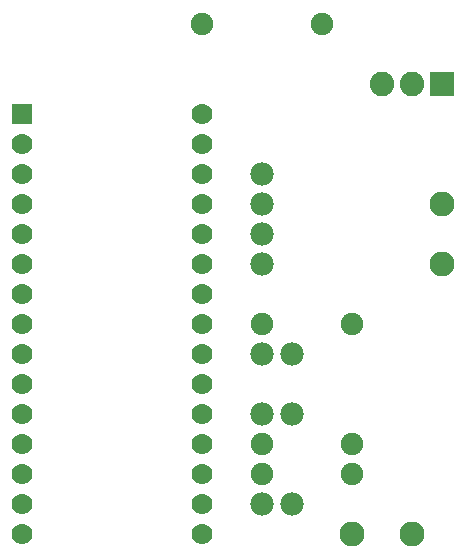
<source format=gtl>
G04 MADE WITH FRITZING*
G04 WWW.FRITZING.ORG*
G04 DOUBLE SIDED*
G04 HOLES PLATED*
G04 CONTOUR ON CENTER OF CONTOUR VECTOR*
%ASAXBY*%
%FSLAX23Y23*%
%MOIN*%
%OFA0B0*%
%SFA1.0B1.0*%
%ADD10C,0.075000*%
%ADD11C,0.082000*%
%ADD12C,0.083307*%
%ADD13C,0.078000*%
%ADD14C,0.070000*%
%ADD15R,0.082000X0.082000*%
%ADD16R,0.069972X0.070000*%
%LNCOPPER1*%
G90*
G70*
G54D10*
X1236Y539D03*
X936Y539D03*
X1236Y1039D03*
X936Y1039D03*
X1236Y639D03*
X936Y639D03*
X736Y2039D03*
X1136Y2039D03*
G54D11*
X1536Y1839D03*
X1436Y1839D03*
X1336Y1839D03*
G54D12*
X1536Y1239D03*
X1536Y1439D03*
X1236Y339D03*
X1436Y339D03*
G54D13*
X1036Y439D03*
X936Y439D03*
X1036Y939D03*
X936Y939D03*
X1036Y739D03*
X936Y739D03*
X936Y1539D03*
X936Y1439D03*
X936Y1339D03*
X936Y1239D03*
G54D14*
X136Y1739D03*
X136Y1639D03*
X136Y1539D03*
X136Y1439D03*
X136Y1339D03*
X136Y1239D03*
X136Y1139D03*
X136Y1039D03*
X136Y939D03*
X136Y839D03*
X136Y739D03*
X136Y639D03*
X136Y539D03*
X136Y439D03*
X136Y339D03*
X736Y1739D03*
X736Y1639D03*
X736Y1539D03*
X736Y1439D03*
X736Y1339D03*
X736Y1239D03*
X736Y1139D03*
X736Y1039D03*
X736Y939D03*
X736Y839D03*
X736Y739D03*
X736Y639D03*
X736Y539D03*
X736Y439D03*
X736Y339D03*
G54D15*
X1536Y1839D03*
G54D16*
X136Y1739D03*
G04 End of Copper1*
M02*
</source>
